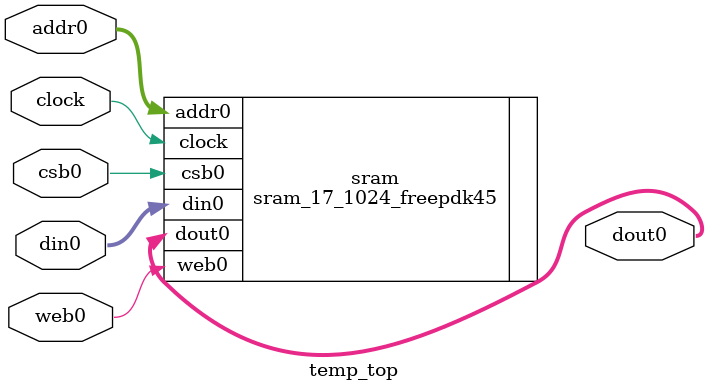
<source format=v>

module temp_top(
    clock,csb0,web0,addr0,din0,dout0
);
  parameter DATA_WIDTH = 17;
  parameter ADDR_WIDTH = 10;
  parameter RAM_DEPTH = 1 << ADDR_WIDTH;
  // FIXME: This delay is arbitrary.
  parameter DELAY = 3 ;
  parameter VERBOSE = 1 ; //Set to 0 to only display warnings
  parameter T_HOLD = 1 ; //Delay to hold dout value after posedge. Value is arbitrary

  input  clock; // clock
  input  csb0; // active low chip select
  input  web0; // active low write control
  input [ADDR_WIDTH-1:0]  addr0;
  input [DATA_WIDTH-1:0]  din0;
  output [DATA_WIDTH-1:0] dout0;

  sram_17_1024_freepdk45 sram(
    .clock(clock),
    .csb0(csb0),
    .web0(web0),
    .addr0(addr0),
    .din0(din0),
    .dout0(dout0)
  );

endmodule

</source>
